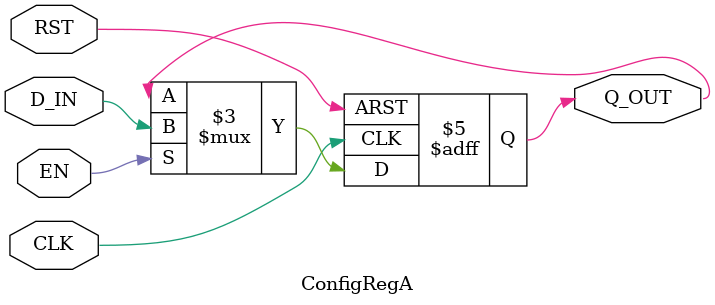
<source format=v>


// Permission is hereby granted, free of charge, to any person obtaining a copy
// of this software and associated documentation files (the "Software"), to deal
// in the Software without restriction, including without limitation the rights
// to use, copy, modify, merge, publish, distribute, sublicense, and/or sell
// copies of the Software, and to permit persons to whom the Software is
// furnished to do so, subject to the following conditions:

// The above copyright notice and this permission notice shall be included in
// all copies or substantial portions of the Software.

// THE SOFTWARE IS PROVIDED "AS IS", WITHOUT WARRANTY OF ANY KIND, EXPRESS OR
// IMPLIED, INCLUDING BUT NOT LIMITED TO THE WARRANTIES OF MERCHANTABILITY,
// FITNESS FOR A PARTICULAR PURPOSE AND NONINFRINGEMENT. IN NO EVENT SHALL THE
// AUTHORS OR COPYRIGHT HOLDERS BE LIABLE FOR ANY CLAIM, DAMAGES OR OTHER
// LIABILITY, WHETHER IN AN ACTION OF CONTRACT, TORT OR OTHERWISE, ARISING FROM,
// OUT OF OR IN CONNECTION WITH THE SOFTWARE OR THE USE OR OTHER DEALINGS IN
// THE SOFTWARE.
//
// $Revision: 29441 $
// $Date: 2012-08-27 21:58:03 +0000 (Mon, 27 Aug 2012) $

`ifdef BSV_ASSIGNMENT_DELAY
`else
  `define BSV_ASSIGNMENT_DELAY
`endif

`ifdef BSV_POSITIVE_RESET
  `define BSV_RESET_VALUE 1'b1
  `define BSV_RESET_EDGE posedge
`else
  `define BSV_RESET_VALUE 1'b0
  `define BSV_RESET_EDGE negedge
`endif


// Standard register with asynchronous reset
module ConfigRegA(CLK, RST, Q_OUT, D_IN, EN);

   parameter width = 1;
   parameter init = { width {1'b0}} ;

   input     CLK;
   input     RST;
   input     EN;
   input [width - 1 : 0] D_IN;
   output [width - 1 : 0] Q_OUT;

   reg [width - 1 : 0]    Q_OUT;

   always@(posedge CLK or `BSV_RESET_EDGE RST) begin
      if (RST == `BSV_RESET_VALUE)
        Q_OUT <= `BSV_ASSIGNMENT_DELAY init;
      else
        begin
           if (EN)
             Q_OUT <= `BSV_ASSIGNMENT_DELAY D_IN;
        end
   end // always@ (posedge CLK or `BSV_RESET_EDGE RST)


`ifdef BSV_NO_INITIAL_BLOCKS
`else // not BSV_NO_INITIAL_BLOCKS
   // synopsys translate_off
   initial begin
      Q_OUT = {((width + 1)/2){2'b10}} ;
   end
   // synopsys translate_on
`endif // BSV_NO_INITIAL_BLOCKS

endmodule


</source>
